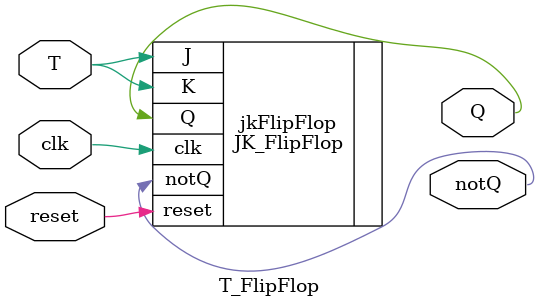
<source format=v>
module T_FlipFlop(
    input T,
    input clk,
    input reset,
    output Q,
    output notQ
);
   
    JK_FlipFlop jkFlipFlop(
    .J(T),
    .K(T),
    .clk(clk),
    .Q(Q),
    .reset(reset),
    .notQ(notQ)
    );
    
endmodule        
</source>
